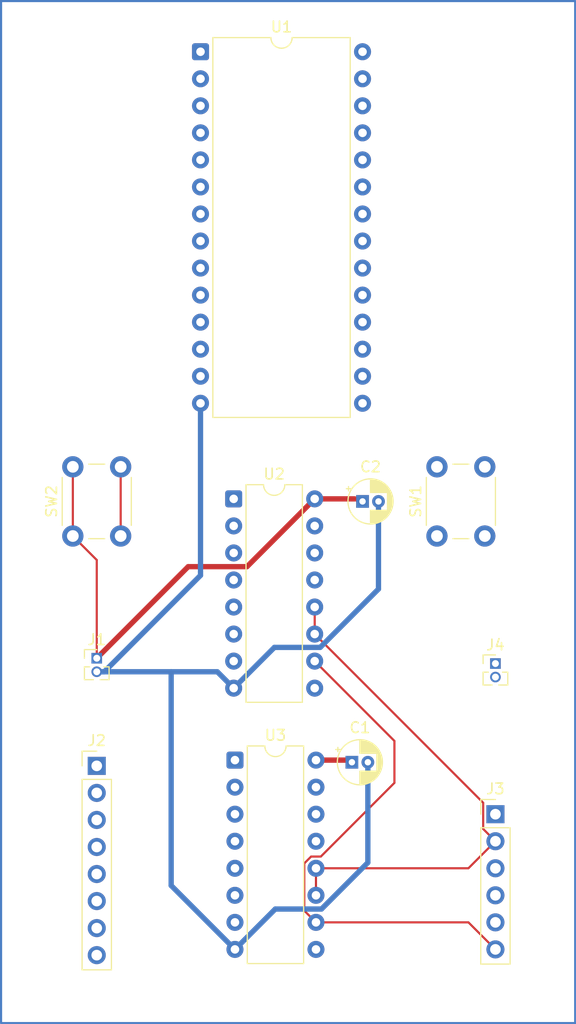
<source format=kicad_pcb>
(kicad_pcb (version 20241229) (generator "pcbnew") (generator_version "9.0")
  (layers (0 "F.Cu" signal) (2 "B.Cu" signal) (13 "F.Paste" user) (15 "B.Paste" user) (5 "F.SilkS" user "F.Silkscreen") (7 "B.SilkS" user "B.Silkscreen") (1 "F.Mask" user) (3 "B.Mask" user) (25 "Edge.Cuts" user))
  (net 0 "")
  (net 1 "GND")
  (net 2 "V_{CC}")
  (net 3 "I{slash}O2")
  (net 4 "I{slash}O4")
  (net 5 "I{slash}O6")
  (net 6 "I{slash}O1")
  (net 7 "I{slash}O7")
  (net 8 "I{slash}O0")
  (net 9 "I{slash}O5")
  (net 10 "I{slash}O3")
  (net 11 "~{OE}")
  (net 12 "~{LATCH}")
  (net 13 "~{RESET}")
  (net 14 "ADDR")
  (net 15 "CLK")
  (net 16 "~{WE}")
  (net 17 "READ")
  (net 18 "CLR")
  (net 20 "A_{5}")
  (net 21 "A_{12}")
  (net 23 "A_{3}")
  (net 24 "A_{7}")
  (net 25 "A_{2}")
  (net 26 "A_{8}")
  (net 27 "A_{4}")
  (net 28 "A_{0}")
  (net 29 "A_{9}")
  (net 30 "A_{10}")
  (net 31 "A_{1}")
  (net 32 "A_{6}")
  (net 33 "A_{11}")
  (net 34 "Net-(U2-QH')")
  (footprint "Button_Switch_THT:SW_PUSH_6mm" (layer "F.Cu") (at 104.25 79.75 90)
    (property "Reference" "SW2" (at 3.25 -2 90) (layer "F.SilkS"))
    (property "Value" "SW_Push_Dual")
    (fp_line (start 5.5 -1) (end 1 -1) (stroke (width 0.12)) (layer "F.SilkS"))
    (fp_line (start -0.25 1.5) (end -0.25 3) (stroke (width 0.12)) (layer "F.SilkS"))
    (fp_line (start 6.75 3) (end 6.75 1.5) (stroke (width 0.12)) (layer "F.SilkS"))
    (fp_line (start 1 5.5) (end 5.5 5.5) (stroke (width 0.12)) (layer "F.SilkS"))
    (pad "1" thru_hole circle (at 0 0 180) (size 2 2) (drill 1.1) (layers "*.Cu" "*.Mask") (net 2 "V_{CC}"))
    (pad "1" thru_hole circle (at 6.5 0 180) (size 2 2) (drill 1.1) (layers "*.Cu" "*.Mask") (net 2 "V_{CC}"))
    (pad "2" thru_hole circle (at 0 4.5 180) (size 2 2) (drill 1.1) (layers "*.Cu" "*.Mask") (net 18 "CLR"))
    (pad "2" thru_hole circle (at 6.5 4.5 180) (size 2 2) (drill 1.1) (layers "*.Cu" "*.Mask") (net 18 "CLR"))
  )
  (footprint "Capacitor_THT:CP_Radial_D4.0mm_P1.50mm" (layer "F.Cu") (at 131.5 76.5)
    (property "Reference" "C2" (at 0.75 -3.25 0) (layer "F.SilkS"))
    (property "Value" "0.1uF")
    (fp_line (start -1.519801 -1.195) (end -1.119801 -1.195) (stroke (width 0.12)) (layer "F.SilkS"))
    (fp_line (start -1.319801 -1.395) (end -1.319801 -0.995) (stroke (width 0.12)) (layer "F.SilkS"))
    (fp_line (start 0.75 -2.08) (end 0.75 -0.84) (stroke (width 0.12)) (layer "F.SilkS"))
    (fp_line (start 0.75 0.84) (end 0.75 2.08) (stroke (width 0.12)) (layer "F.SilkS"))
    (fp_line (start 0.79 -2.08) (end 0.79 -0.84) (stroke (width 0.12)) (layer "F.SilkS"))
    (fp_line (start 0.79 0.84) (end 0.79 2.08) (stroke (width 0.12)) (layer "F.SilkS"))
    (fp_line (start 0.83 -2.078) (end 0.83 -0.84) (stroke (width 0.12)) (layer "F.SilkS"))
    (fp_line (start 0.83 0.84) (end 0.83 2.078) (stroke (width 0.12)) (layer "F.SilkS"))
    (fp_line (start 0.87 -2.077) (end 0.87 -0.84) (stroke (width 0.12)) (layer "F.SilkS"))
    (fp_line (start 0.87 0.84) (end 0.87 2.077) (stroke (width 0.12)) (layer "F.SilkS"))
    (fp_line (start 0.91 -2.074) (end 0.91 -0.84) (stroke (width 0.12)) (layer "F.SilkS"))
    (fp_line (start 0.91 0.84) (end 0.91 2.074) (stroke (width 0.12)) (layer "F.SilkS"))
    (fp_line (start 0.95 -2.071) (end 0.95 -0.84) (stroke (width 0.12)) (layer "F.SilkS"))
    (fp_line (start 0.95 0.84) (end 0.95 2.071) (stroke (width 0.12)) (layer "F.SilkS"))
    (fp_line (start 0.99 -2.066) (end 0.99 -0.84) (stroke (width 0.12)) (layer "F.SilkS"))
    (fp_line (start 0.99 0.84) (end 0.99 2.066) (stroke (width 0.12)) (layer "F.SilkS"))
    (fp_line (start 1.03 -2.061) (end 1.03 -0.84) (stroke (width 0.12)) (layer "F.SilkS"))
    (fp_line (start 1.03 0.84) (end 1.03 2.061) (stroke (width 0.12)) (layer "F.SilkS"))
    (fp_line (start 1.07 -2.056) (end 1.07 -0.84) (stroke (width 0.12)) (layer "F.SilkS"))
    (fp_line (start 1.07 0.84) (end 1.07 2.056) (stroke (width 0.12)) (layer "F.SilkS"))
    (fp_line (start 1.11 -2.049) (end 1.11 -0.84) (stroke (width 0.12)) (layer "F.SilkS"))
    (fp_line (start 1.11 0.84) (end 1.11 2.049) (stroke (width 0.12)) (layer "F.SilkS"))
    (fp_line (start 1.15 -2.042) (end 1.15 -0.84) (stroke (width 0.12)) (layer "F.SilkS"))
    (fp_line (start 1.15 0.84) (end 1.15 2.042) (stroke (width 0.12)) (layer "F.SilkS"))
    (fp_line (start 1.19 -2.034) (end 1.19 -0.84) (stroke (width 0.12)) (layer "F.SilkS"))
    (fp_line (start 1.19 0.84) (end 1.19 2.034) (stroke (width 0.12)) (layer "F.SilkS"))
    (fp_line (start 1.23 -2.025) (end 1.23 -0.84) (stroke (width 0.12)) (layer "F.SilkS"))
    (fp_line (start 1.23 0.84) (end 1.23 2.025) (stroke (width 0.12)) (layer "F.SilkS"))
    (fp_line (start 1.27 -2.015) (end 1.27 -0.84) (stroke (width 0.12)) (layer "F.SilkS"))
    (fp_line (start 1.27 0.84) (end 1.27 2.015) (stroke (width 0.12)) (layer "F.SilkS"))
    (fp_line (start 1.31 -2.005) (end 1.31 -0.84) (stroke (width 0.12)) (layer "F.SilkS"))
    (fp_line (start 1.31 0.84) (end 1.31 2.005) (stroke (width 0.12)) (layer "F.SilkS"))
    (fp_line (start 1.35 -1.993) (end 1.35 -0.84) (stroke (width 0.12)) (layer "F.SilkS"))
    (fp_line (start 1.35 0.84) (end 1.35 1.993) (stroke (width 0.12)) (layer "F.SilkS"))
    (fp_line (start 1.39 -1.981) (end 1.39 -0.84) (stroke (width 0.12)) (layer "F.SilkS"))
    (fp_line (start 1.39 0.84) (end 1.39 1.981) (stroke (width 0.12)) (layer "F.SilkS"))
    (fp_line (start 1.43 -1.968) (end 1.43 -0.84) (stroke (width 0.12)) (layer "F.SilkS"))
    (fp_line (start 1.43 0.84) (end 1.43 1.968) (stroke (width 0.12)) (layer "F.SilkS"))
    (fp_line (start 1.47 -1.954) (end 1.47 -0.84) (stroke (width 0.12)) (layer "F.SilkS"))
    (fp_line (start 1.47 0.84) (end 1.47 1.954) (stroke (width 0.12)) (layer "F.SilkS"))
    (fp_line (start 1.51 -1.939) (end 1.51 -0.84) (stroke (width 0.12)) (layer "F.SilkS"))
    (fp_line (start 1.51 0.84) (end 1.51 1.939) (stroke (width 0.12)) (layer "F.SilkS"))
    (fp_line (start 1.55 -1.923) (end 1.55 -0.84) (stroke (width 0.12)) (layer "F.SilkS"))
    (fp_line (start 1.55 0.84) (end 1.55 1.923) (stroke (width 0.12)) (layer "F.SilkS"))
    (fp_line (start 1.59 -1.906) (end 1.59 -0.84) (stroke (width 0.12)) (layer "F.SilkS"))
    (fp_line (start 1.59 0.84) (end 1.59 1.906) (stroke (width 0.12)) (layer "F.SilkS"))
    (fp_line (start 1.63 -1.889) (end 1.63 -0.84) (stroke (width 0.12)) (layer "F.SilkS"))
    (fp_line (start 1.63 0.84) (end 1.63 1.889) (stroke (width 0.12)) (layer "F.SilkS"))
    (fp_line (start 1.67 -1.87) (end 1.67 -0.84) (stroke (width 0.12)) (layer "F.SilkS"))
    (fp_line (start 1.67 0.84) (end 1.67 1.87) (stroke (width 0.12)) (layer "F.SilkS"))
    (fp_line (start 1.71 -1.85) (end 1.71 -0.84) (stroke (width 0.12)) (layer "F.SilkS"))
    (fp_line (start 1.71 0.84) (end 1.71 1.85) (stroke (width 0.12)) (layer "F.SilkS"))
    (fp_line (start 1.75 -1.829) (end 1.75 -0.84) (stroke (width 0.12)) (layer "F.SilkS"))
    (fp_line (start 1.75 0.84) (end 1.75 1.829) (stroke (width 0.12)) (layer "F.SilkS"))
    (fp_line (start 1.79 -1.807) (end 1.79 -0.84) (stroke (width 0.12)) (layer "F.SilkS"))
    (fp_line (start 1.79 0.84) (end 1.79 1.807) (stroke (width 0.12)) (layer "F.SilkS"))
    (fp_line (start 1.83 -1.784) (end 1.83 -0.84) (stroke (width 0.12)) (layer "F.SilkS"))
    (fp_line (start 1.83 0.84) (end 1.83 1.784) (stroke (width 0.12)) (layer "F.SilkS"))
    (fp_line (start 1.87 -1.76) (end 1.87 -0.84) (stroke (width 0.12)) (layer "F.SilkS"))
    (fp_line (start 1.87 0.84) (end 1.87 1.76) (stroke (width 0.12)) (layer "F.SilkS"))
    (fp_line (start 1.91 -1.734) (end 1.91 -0.84) (stroke (width 0.12)) (layer "F.SilkS"))
    (fp_line (start 1.91 0.84) (end 1.91 1.734) (stroke (width 0.12)) (layer "F.SilkS"))
    (fp_line (start 1.95 -1.708) (end 1.95 -0.84) (stroke (width 0.12)) (layer "F.SilkS"))
    (fp_line (start 1.95 0.84) (end 1.95 1.708) (stroke (width 0.12)) (layer "F.SilkS"))
    (fp_line (start 1.99 -1.68) (end 1.99 -0.84) (stroke (width 0.12)) (layer "F.SilkS"))
    (fp_line (start 1.99 0.84) (end 1.99 1.68) (stroke (width 0.12)) (layer "F.SilkS"))
    (fp_line (start 2.03 -1.65) (end 2.03 -0.84) (stroke (width 0.12)) (layer "F.SilkS"))
    (fp_line (start 2.03 0.84) (end 2.03 1.65) (stroke (width 0.12)) (layer "F.SilkS"))
    (fp_line (start 2.07 -1.619) (end 2.07 -0.84) (stroke (width 0.12)) (layer "F.SilkS"))
    (fp_line (start 2.07 0.84) (end 2.07 1.619) (stroke (width 0.12)) (layer "F.SilkS"))
    (fp_line (start 2.11 -1.586) (end 2.11 -0.84) (stroke (width 0.12)) (layer "F.SilkS"))
    (fp_line (start 2.11 0.84) (end 2.11 1.586) (stroke (width 0.12)) (layer "F.SilkS"))
    (fp_line (start 2.15 -1.552) (end 2.15 -0.84) (stroke (width 0.12)) (layer "F.SilkS"))
    (fp_line (start 2.15 0.84) (end 2.15 1.552) (stroke (width 0.12)) (layer "F.SilkS"))
    (fp_line (start 2.19 -1.516) (end 2.19 -0.84) (stroke (width 0.12)) (layer "F.SilkS"))
    (fp_line (start 2.19 0.84) (end 2.19 1.516) (stroke (width 0.12)) (layer "F.SilkS"))
    (fp_line (start 2.23 -1.478) (end 2.23 -0.84) (stroke (width 0.12)) (layer "F.SilkS"))
    (fp_line (start 2.23 0.84) (end 2.23 1.478) (stroke (width 0.12)) (layer "F.SilkS"))
    (fp_line (start 2.27 -1.438) (end 2.27 -0.84) (stroke (width 0.12)) (layer "F.SilkS"))
    (fp_line (start 2.27 0.84) (end 2.27 1.438) (stroke (width 0.12)) (layer "F.SilkS"))
    (fp_line (start 2.31 -1.396) (end 2.31 -0.84) (stroke (width 0.12)) (layer "F.SilkS"))
    (fp_line (start 2.31 0.84) (end 2.31 1.396) (stroke (width 0.12)) (layer "F.SilkS"))
    (fp_line (start 2.35 -1.351) (end 2.35 1.351) (stroke (width 0.12)) (layer "F.SilkS"))
    (fp_line (start 2.39 -1.303) (end 2.39 1.303) (stroke (width 0.12)) (layer "F.SilkS"))
    (fp_line (start 2.43 -1.253) (end 2.43 1.253) (stroke (width 0.12)) (layer "F.SilkS"))
    (fp_line (start 2.47 -1.199) (end 2.47 1.199) (stroke (width 0.12)) (layer "F.SilkS"))
    (fp_line (start 2.51 -1.142) (end 2.51 1.142) (stroke (width 0.12)) (layer "F.SilkS"))
    (fp_line (start 2.55 -1.08) (end 2.55 1.08) (stroke (width 0.12)) (layer "F.SilkS"))
    (fp_line (start 2.59 -1.013) (end 2.59 1.013) (stroke (width 0.12)) (layer "F.SilkS"))
    (fp_line (start 2.63 -0.94) (end 2.63 0.94) (stroke (width 0.12)) (layer "F.SilkS"))
    (fp_line (start 2.67 -0.859) (end 2.67 0.859) (stroke (width 0.12)) (layer "F.SilkS"))
    (fp_line (start 2.71 -0.768) (end 2.71 0.768) (stroke (width 0.12)) (layer "F.SilkS"))
    (fp_line (start 2.75 -0.663) (end 2.75 0.663) (stroke (width 0.12)) (layer "F.SilkS"))
    (fp_line (start 2.79 -0.537) (end 2.79 0.537) (stroke (width 0.12)) (layer "F.SilkS"))
    (fp_line (start 2.83 -0.37) (end 2.83 0.37) (stroke (width 0.12)) (layer "F.SilkS"))
    (fp_circle (center 0.75 0) (end 2.87 0) (stroke (width 0.12)) (fill no) (layer "F.SilkS"))
    (pad "1" thru_hole rect (at 0 0) (size 1.2 1.2) (drill 0.6) (layers "*.Cu" "*.Mask") (net 2 "V_{CC}"))
    (pad "2" thru_hole circle (at 1.5 0) (size 1.2 1.2) (drill 0.6) (layers "*.Cu" "*.Mask") (net 1 "GND"))
  )
  (footprint "Connector_PinHeader_2.54mm:PinHeader_1x06_P2.54mm_Vertical" (layer "F.Cu") (at 144 105.88)
    (property "Reference" "J3" (at 0 -2.38 0) (layer "F.SilkS"))
    (property "Value" "Conn_01x06_Pin")
    (fp_line (start -1.38 -1.38) (end 0 -1.38) (stroke (width 0.12)) (layer "F.SilkS"))
    (fp_line (start -1.38 0) (end -1.38 -1.38) (stroke (width 0.12)) (layer "F.SilkS"))
    (fp_line (start -1.38 1.27) (end -1.38 14.08) (stroke (width 0.12)) (layer "F.SilkS"))
    (fp_line (start -1.38 1.27) (end 1.38 1.27) (stroke (width 0.12)) (layer "F.SilkS"))
    (fp_line (start -1.38 14.08) (end 1.38 14.08) (stroke (width 0.12)) (layer "F.SilkS"))
    (fp_line (start 1.38 1.27) (end 1.38 14.08) (stroke (width 0.12)) (layer "F.SilkS"))
    (pad "1" thru_hole rect (at 0 0) (size 1.7 1.7) (drill 1) (layers "*.Cu" "*.Mask") (net 14 "ADDR"))
    (pad "2" thru_hole circle (at 0 2.54) (size 1.7 1.7) (drill 1) (layers "*.Cu" "*.Mask") (net 15 "CLK"))
    (pad "3" thru_hole circle (at 0 5.08) (size 1.7 1.7) (drill 1) (layers "*.Cu" "*.Mask") (net 12 "~{LATCH}"))
    (pad "4" thru_hole circle (at 0 7.62) (size 1.7 1.7) (drill 1) (layers "*.Cu" "*.Mask") (net 16 "~{WE}"))
    (pad "5" thru_hole circle (at 0 10.16) (size 1.7 1.7) (drill 1) (layers "*.Cu" "*.Mask") (net 11 "~{OE}"))
    (pad "6" thru_hole circle (at 0 12.7) (size 1.7 1.7) (drill 1) (layers "*.Cu" "*.Mask") (net 13 "~{RESET}"))
  )
  (footprint "Button_Switch_THT:SW_PUSH_6mm" (layer "F.Cu") (at 138.5 79.75 90)
    (property "Reference" "SW1" (at 3.25 -2 90) (layer "F.SilkS"))
    (property "Value" "SW_Push_Dual")
    (fp_line (start 5.5 -1) (end 1 -1) (stroke (width 0.12)) (layer "F.SilkS"))
    (fp_line (start -0.25 1.5) (end -0.25 3) (stroke (width 0.12)) (layer "F.SilkS"))
    (fp_line (start 6.75 3) (end 6.75 1.5) (stroke (width 0.12)) (layer "F.SilkS"))
    (fp_line (start 1 5.5) (end 5.5 5.5) (stroke (width 0.12)) (layer "F.SilkS"))
    (pad "1" thru_hole circle (at 0 0 180) (size 2 2) (drill 1.1) (layers "*.Cu" "*.Mask") (net 2 "V_{CC}"))
    (pad "1" thru_hole circle (at 6.5 0 180) (size 2 2) (drill 1.1) (layers "*.Cu" "*.Mask") (net 2 "V_{CC}"))
    (pad "2" thru_hole circle (at 0 4.5 180) (size 2 2) (drill 1.1) (layers "*.Cu" "*.Mask") (net 17 "READ"))
    (pad "2" thru_hole circle (at 6.5 4.5 180) (size 2 2) (drill 1.1) (layers "*.Cu" "*.Mask") (net 17 "READ"))
  )
  (footprint "Package_DIP:CERDIP-16_W7.62mm_SideBrazed" (layer "F.Cu") (at 119.38 76.26)
    (property "Reference" "U2" (at 3.81 -2.33 0) (layer "F.SilkS"))
    (property "Value" "74HC595")
    (fp_line (start 1.16 -1.33) (end 1.16 19.11) (stroke (width 0.12)) (layer "F.SilkS"))
    (fp_line (start 1.16 19.11) (end 6.46 19.11) (stroke (width 0.12)) (layer "F.SilkS"))
    (fp_line (start 2.81 -1.33) (end 1.16 -1.33) (stroke (width 0.12)) (layer "F.SilkS"))
    (fp_line (start 6.46 -1.33) (end 4.81 -1.33) (stroke (width 0.12)) (layer "F.SilkS"))
    (fp_line (start 6.46 19.11) (end 6.46 -1.33) (stroke (width 0.12)) (layer "F.SilkS"))
    (fp_arc (start 4.81 -1.33) (mid 3.81 -0.33) (end 2.81 -1.33) (stroke (width 0.12)) (layer "F.SilkS"))
    (pad "1" thru_hole roundrect (at 0 0) (size 1.6 1.6) (drill 0.8) (layers "*.Cu" "*.Mask") (roundrect_rratio 0.15625) (net 31 "A_{1}"))
    (pad "2" thru_hole circle (at 0 2.54) (size 1.6 1.6) (drill 0.8) (layers "*.Cu" "*.Mask") (net 25 "A_{2}"))
    (pad "3" thru_hole circle (at 0 5.08) (size 1.6 1.6) (drill 0.8) (layers "*.Cu" "*.Mask") (net 23 "A_{3}"))
    (pad "4" thru_hole circle (at 0 7.62) (size 1.6 1.6) (drill 0.8) (layers "*.Cu" "*.Mask") (net 27 "A_{4}"))
    (pad "5" thru_hole circle (at 0 10.16) (size 1.6 1.6) (drill 0.8) (layers "*.Cu" "*.Mask") (net 20 "A_{5}"))
    (pad "6" thru_hole circle (at 0 12.7) (size 1.6 1.6) (drill 0.8) (layers "*.Cu" "*.Mask") (net 32 "A_{6}"))
    (pad "7" thru_hole circle (at 0 15.24) (size 1.6 1.6) (drill 0.8) (layers "*.Cu" "*.Mask") (net 24 "A_{7}"))
    (pad "8" thru_hole circle (at 0 17.78) (size 1.6 1.6) (drill 0.8) (layers "*.Cu" "*.Mask") (net 1 "GND"))
    (pad "9" thru_hole circle (at 7.62 17.78) (size 1.6 1.6) (drill 0.8) (layers "*.Cu" "*.Mask") (net 34 "Net-(U2-QH')"))
    (pad "10" thru_hole circle (at 7.62 15.24) (size 1.6 1.6) (drill 0.8) (layers "*.Cu" "*.Mask") (net 13 "~{RESET}"))
    (pad "11" thru_hole circle (at 7.62 12.7) (size 1.6 1.6) (drill 0.8) (layers "*.Cu" "*.Mask") (net 15 "CLK"))
    (pad "12" thru_hole circle (at 7.62 10.16) (size 1.6 1.6) (drill 0.8) (layers "*.Cu" "*.Mask") (net 15 "CLK"))
    (pad "13" thru_hole circle (at 7.62 7.62) (size 1.6 1.6) (drill 0.8) (layers "*.Cu" "*.Mask") (net 12 "~{LATCH}"))
    (pad "14" thru_hole circle (at 7.62 5.08) (size 1.6 1.6) (drill 0.8) (layers "*.Cu" "*.Mask") (net 14 "ADDR"))
    (pad "15" thru_hole circle (at 7.62 2.54) (size 1.6 1.6) (drill 0.8) (layers "*.Cu" "*.Mask") (net 28 "A_{0}"))
    (pad "16" thru_hole circle (at 7.62 0) (size 1.6 1.6) (drill 0.8) (layers "*.Cu" "*.Mask") (net 2 "V_{CC}"))
  )
  (footprint "Connector_PinHeader_1.27mm:PinHeader_1x02_P1.27mm_Vertical" (layer "F.Cu") (at 106.5 91.23)
    (property "Reference" "J1" (at 0 -1.745 0) (layer "F.SilkS"))
    (property "Value" "Conn_01x02_Pin")
    (fp_line (start -1.16 -0.81) (end 0 -0.81) (stroke (width 0.12)) (layer "F.SilkS"))
    (fp_line (start -1.16 0) (end -1.16 -0.81) (stroke (width 0.12)) (layer "F.SilkS"))
    (fp_line (start -1.16 0.81) (end -1.16 2.015) (stroke (width 0.12)) (layer "F.SilkS"))
    (fp_line (start -1.16 0.81) (end -0.666708 0.81) (stroke (width 0.12)) (layer "F.SilkS"))
    (fp_line (start -1.16 2.015) (end -0.317923 2.015) (stroke (width 0.12)) (layer "F.SilkS"))
    (fp_line (start 0.317923 2.015) (end 1.16 2.015) (stroke (width 0.12)) (layer "F.SilkS"))
    (fp_line (start 0.666708 0.81) (end 1.16 0.81) (stroke (width 0.12)) (layer "F.SilkS"))
    (fp_line (start 1.16 0.81) (end 1.16 2.015) (stroke (width 0.12)) (layer "F.SilkS"))
    (pad "1" thru_hole rect (at 0 0) (size 1 1) (drill 0.65) (layers "*.Cu" "*.Mask") (net 2 "V_{CC}"))
    (pad "2" thru_hole circle (at 0 1.27) (size 1 1) (drill 0.65) (layers "*.Cu" "*.Mask") (net 1 "GND"))
  )
  (footprint "Connector_PinHeader_1.27mm:PinHeader_1x02_P1.27mm_Vertical" (layer "F.Cu") (at 144 91.73)
    (property "Reference" "J4" (at 0 -1.745 0) (layer "F.SilkS"))
    (property "Value" "Conn_01x02_Pin")
    (fp_line (start -1.16 -0.81) (end 0 -0.81) (stroke (width 0.12)) (layer "F.SilkS"))
    (fp_line (start -1.16 0) (end -1.16 -0.81) (stroke (width 0.12)) (layer "F.SilkS"))
    (fp_line (start -1.16 0.81) (end -1.16 2.015) (stroke (width 0.12)) (layer "F.SilkS"))
    (fp_line (start -1.16 0.81) (end -0.666708 0.81) (stroke (width 0.12)) (layer "F.SilkS"))
    (fp_line (start -1.16 2.015) (end -0.317923 2.015) (stroke (width 0.12)) (layer "F.SilkS"))
    (fp_line (start 0.317923 2.015) (end 1.16 2.015) (stroke (width 0.12)) (layer "F.SilkS"))
    (fp_line (start 0.666708 0.81) (end 1.16 0.81) (stroke (width 0.12)) (layer "F.SilkS"))
    (fp_line (start 1.16 0.81) (end 1.16 2.015) (stroke (width 0.12)) (layer "F.SilkS"))
    (pad "1" thru_hole rect (at 0 0) (size 1 1) (drill 0.65) (layers "*.Cu" "*.Mask") (net 17 "READ"))
    (pad "2" thru_hole circle (at 0 1.27) (size 1 1) (drill 0.65) (layers "*.Cu" "*.Mask") (net 18 "CLR"))
  )
  (footprint "Package_DIP:CERDIP-16_W7.62mm_SideBrazed" (layer "F.Cu") (at 119.5 100.8)
    (property "Reference" "U3" (at 3.81 -2.33 0) (layer "F.SilkS"))
    (property "Value" "74HC595")
    (fp_line (start 1.16 -1.33) (end 1.16 19.11) (stroke (width 0.12)) (layer "F.SilkS"))
    (fp_line (start 1.16 19.11) (end 6.46 19.11) (stroke (width 0.12)) (layer "F.SilkS"))
    (fp_line (start 2.81 -1.33) (end 1.16 -1.33) (stroke (width 0.12)) (layer "F.SilkS"))
    (fp_line (start 6.46 -1.33) (end 4.81 -1.33) (stroke (width 0.12)) (layer "F.SilkS"))
    (fp_line (start 6.46 19.11) (end 6.46 -1.33) (stroke (width 0.12)) (layer "F.SilkS"))
    (fp_arc (start 4.81 -1.33) (mid 3.81 -0.33) (end 2.81 -1.33) (stroke (width 0.12)) (layer "F.SilkS"))
    (pad "1" thru_hole roundrect (at 0 0) (size 1.6 1.6) (drill 0.8) (layers "*.Cu" "*.Mask") (roundrect_rratio 0.15625) (net 29 "A_{9}"))
    (pad "2" thru_hole circle (at 0 2.54) (size 1.6 1.6) (drill 0.8) (layers "*.Cu" "*.Mask") (net 30 "A_{10}"))
    (pad "3" thru_hole circle (at 0 5.08) (size 1.6 1.6) (drill 0.8) (layers "*.Cu" "*.Mask") (net 33 "A_{11}"))
    (pad "4" thru_hole circle (at 0 7.62) (size 1.6 1.6) (drill 0.8) (layers "*.Cu" "*.Mask") (net 21 "A_{12}"))
    (pad "5" thru_hole circle (at 0 10.16) (size 1.6 1.6) (drill 0.8) (layers "*.Cu" "*.Mask"))
    (pad "6" thru_hole circle (at 0 12.7) (size 1.6 1.6) (drill 0.8) (layers "*.Cu" "*.Mask"))
    (pad "7" thru_hole circle (at 0 15.24) (size 1.6 1.6) (drill 0.8) (layers "*.Cu" "*.Mask"))
    (pad "8" thru_hole circle (at 0 17.78) (size 1.6 1.6) (drill 0.8) (layers "*.Cu" "*.Mask") (net 1 "GND"))
    (pad "9" thru_hole circle (at 7.62 17.78) (size 1.6 1.6) (drill 0.8) (layers "*.Cu" "*.Mask"))
    (pad "10" thru_hole circle (at 7.62 15.24) (size 1.6 1.6) (drill 0.8) (layers "*.Cu" "*.Mask") (net 13 "~{RESET}"))
    (pad "11" thru_hole circle (at 7.62 12.7) (size 1.6 1.6) (drill 0.8) (layers "*.Cu" "*.Mask") (net 15 "CLK"))
    (pad "12" thru_hole circle (at 7.62 10.16) (size 1.6 1.6) (drill 0.8) (layers "*.Cu" "*.Mask") (net 15 "CLK"))
    (pad "13" thru_hole circle (at 7.62 7.62) (size 1.6 1.6) (drill 0.8) (layers "*.Cu" "*.Mask") (net 12 "~{LATCH}"))
    (pad "14" thru_hole circle (at 7.62 5.08) (size 1.6 1.6) (drill 0.8) (layers "*.Cu" "*.Mask") (net 34 "Net-(U2-QH')"))
    (pad "15" thru_hole circle (at 7.62 2.54) (size 1.6 1.6) (drill 0.8) (layers "*.Cu" "*.Mask") (net 26 "A_{8}"))
    (pad "16" thru_hole circle (at 7.62 0) (size 1.6 1.6) (drill 0.8) (layers "*.Cu" "*.Mask") (net 2 "V_{CC}"))
  )
  (footprint "Capacitor_THT:CP_Radial_D4.0mm_P1.50mm" (layer "F.Cu") (at 130.5 101)
    (property "Reference" "C1" (at 0.75 -3.25 0) (layer "F.SilkS"))
    (property "Value" "0.1uF")
    (fp_line (start -1.519801 -1.195) (end -1.119801 -1.195) (stroke (width 0.12)) (layer "F.SilkS"))
    (fp_line (start -1.319801 -1.395) (end -1.319801 -0.995) (stroke (width 0.12)) (layer "F.SilkS"))
    (fp_line (start 0.75 -2.08) (end 0.75 -0.84) (stroke (width 0.12)) (layer "F.SilkS"))
    (fp_line (start 0.75 0.84) (end 0.75 2.08) (stroke (width 0.12)) (layer "F.SilkS"))
    (fp_line (start 0.79 -2.08) (end 0.79 -0.84) (stroke (width 0.12)) (layer "F.SilkS"))
    (fp_line (start 0.79 0.84) (end 0.79 2.08) (stroke (width 0.12)) (layer "F.SilkS"))
    (fp_line (start 0.83 -2.078) (end 0.83 -0.84) (stroke (width 0.12)) (layer "F.SilkS"))
    (fp_line (start 0.83 0.84) (end 0.83 2.078) (stroke (width 0.12)) (layer "F.SilkS"))
    (fp_line (start 0.87 -2.077) (end 0.87 -0.84) (stroke (width 0.12)) (layer "F.SilkS"))
    (fp_line (start 0.87 0.84) (end 0.87 2.077) (stroke (width 0.12)) (layer "F.SilkS"))
    (fp_line (start 0.91 -2.074) (end 0.91 -0.84) (stroke (width 0.12)) (layer "F.SilkS"))
    (fp_line (start 0.91 0.84) (end 0.91 2.074) (stroke (width 0.12)) (layer "F.SilkS"))
    (fp_line (start 0.95 -2.071) (end 0.95 -0.84) (stroke (width 0.12)) (layer "F.SilkS"))
    (fp_line (start 0.95 0.84) (end 0.95 2.071) (stroke (width 0.12)) (layer "F.SilkS"))
    (fp_line (start 0.99 -2.066) (end 0.99 -0.84) (stroke (width 0.12)) (layer "F.SilkS"))
    (fp_line (start 0.99 0.84) (end 0.99 2.066) (stroke (width 0.12)) (layer "F.SilkS"))
    (fp_line (start 1.03 -2.061) (end 1.03 -0.84) (stroke (width 0.12)) (layer "F.SilkS"))
    (fp_line (start 1.03 0.84) (end 1.03 2.061) (stroke (width 0.12)) (layer "F.SilkS"))
    (fp_line (start 1.07 -2.056) (end 1.07 -0.84) (stroke (width 0.12)) (layer "F.SilkS"))
    (fp_line (start 1.07 0.84) (end 1.07 2.056) (stroke (width 0.12)) (layer "F.SilkS"))
    (fp_line (start 1.11 -2.049) (end 1.11 -0.84) (stroke (width 0.12)) (layer "F.SilkS"))
    (fp_line (start 1.11 0.84) (end 1.11 2.049) (stroke (width 0.12)) (layer "F.SilkS"))
    (fp_line (start 1.15 -2.042) (end 1.15 -0.84) (stroke (width 0.12)) (layer "F.SilkS"))
    (fp_line (start 1.15 0.84) (end 1.15 2.042) (stroke (width 0.12)) (layer "F.SilkS"))
    (fp_line (start 1.19 -2.034) (end 1.19 -0.84) (stroke (width 0.12)) (layer "F.SilkS"))
    (fp_line (start 1.19 0.84) (end 1.19 2.034) (stroke (width 0.12)) (layer "F.SilkS"))
    (fp_line (start 1.23 -2.025) (end 1.23 -0.84) (stroke (width 0.12)) (layer "F.SilkS"))
    (fp_line (start 1.23 0.84) (end 1.23 2.025) (stroke (width 0.12)) (layer "F.SilkS"))
    (fp_line (start 1.27 -2.015) (end 1.27 -0.84) (stroke (width 0.12)) (layer "F.SilkS"))
    (fp_line (start 1.27 0.84) (end 1.27 2.015) (stroke (width 0.12)) (layer "F.SilkS"))
    (fp_line (start 1.31 -2.005) (end 1.31 -0.84) (stroke (width 0.12)) (layer "F.SilkS"))
    (fp_line (start 1.31 0.84) (end 1.31 2.005) (stroke (width 0.12)) (layer "F.SilkS"))
    (fp_line (start 1.35 -1.993) (end 1.35 -0.84) (stroke (width 0.12)) (layer "F.SilkS"))
    (fp_line (start 1.35 0.84) (end 1.35 1.993) (stroke (width 0.12)) (layer "F.SilkS"))
    (fp_line (start 1.39 -1.981) (end 1.39 -0.84) (stroke (width 0.12)) (layer "F.SilkS"))
    (fp_line (start 1.39 0.84) (end 1.39 1.981) (stroke (width 0.12)) (layer "F.SilkS"))
    (fp_line (start 1.43 -1.968) (end 1.43 -0.84) (stroke (width 0.12)) (layer "F.SilkS"))
    (fp_line (start 1.43 0.84) (end 1.43 1.968) (stroke (width 0.12)) (layer "F.SilkS"))
    (fp_line (start 1.47 -1.954) (end 1.47 -0.84) (stroke (width 0.12)) (layer "F.SilkS"))
    (fp_line (start 1.47 0.84) (end 1.47 1.954) (stroke (width 0.12)) (layer "F.SilkS"))
    (fp_line (start 1.51 -1.939) (end 1.51 -0.84) (stroke (width 0.12)) (layer "F.SilkS"))
    (fp_line (start 1.51 0.84) (end 1.51 1.939) (stroke (width 0.12)) (layer "F.SilkS"))
    (fp_line (start 1.55 -1.923) (end 1.55 -0.84) (stroke (width 0.12)) (layer "F.SilkS"))
    (fp_line (start 1.55 0.84) (end 1.55 1.923) (stroke (width 0.12)) (layer "F.SilkS"))
    (fp_line (start 1.59 -1.906) (end 1.59 -0.84) (stroke (width 0.12)) (layer "F.SilkS"))
    (fp_line (start 1.59 0.84) (end 1.59 1.906) (stroke (width 0.12)) (layer "F.SilkS"))
    (fp_line (start 1.63 -1.889) (end 1.63 -0.84) (stroke (width 0.12)) (layer "F.SilkS"))
    (fp_line (start 1.63 0.84) (end 1.63 1.889) (stroke (width 0.12)) (layer "F.SilkS"))
    (fp_line (start 1.67 -1.87) (end 1.67 -0.84) (stroke (width 0.12)) (layer "F.SilkS"))
    (fp_line (start 1.67 0.84) (end 1.67 1.87) (stroke (width 0.12)) (layer "F.SilkS"))
    (fp_line (start 1.71 -1.85) (end 1.71 -0.84) (stroke (width 0.12)) (layer "F.SilkS"))
    (fp_line (start 1.71 0.84) (end 1.71 1.85) (stroke (width 0.12)) (layer "F.SilkS"))
    (fp_line (start 1.75 -1.829) (end 1.75 -0.84) (stroke (width 0.12)) (layer "F.SilkS"))
    (fp_line (start 1.75 0.84) (end 1.75 1.829) (stroke (width 0.12)) (layer "F.SilkS"))
    (fp_line (start 1.79 -1.807) (end 1.79 -0.84) (stroke (width 0.12)) (layer "F.SilkS"))
    (fp_line (start 1.79 0.84) (end 1.79 1.807) (stroke (width 0.12)) (layer "F.SilkS"))
    (fp_line (start 1.83 -1.784) (end 1.83 -0.84) (stroke (width 0.12)) (layer "F.SilkS"))
    (fp_line (start 1.83 0.84) (end 1.83 1.784) (stroke (width 0.12)) (layer "F.SilkS"))
    (fp_line (start 1.87 -1.76) (end 1.87 -0.84) (stroke (width 0.12)) (layer "F.SilkS"))
    (fp_line (start 1.87 0.84) (end 1.87 1.76) (stroke (width 0.12)) (layer "F.SilkS"))
    (fp_line (start 1.91 -1.734) (end 1.91 -0.84) (stroke (width 0.12)) (layer "F.SilkS"))
    (fp_line (start 1.91 0.84) (end 1.91 1.734) (stroke (width 0.12)) (layer "F.SilkS"))
    (fp_line (start 1.95 -1.708) (end 1.95 -0.84) (stroke (width 0.12)) (layer "F.SilkS"))
    (fp_line (start 1.95 0.84) (end 1.95 1.708) (stroke (width 0.12)) (layer "F.SilkS"))
    (fp_line (start 1.99 -1.68) (end 1.99 -0.84) (stroke (width 0.12)) (layer "F.SilkS"))
    (fp_line (start 1.99 0.84) (end 1.99 1.68) (stroke (width 0.12)) (layer "F.SilkS"))
    (fp_line (start 2.03 -1.65) (end 2.03 -0.84) (stroke (width 0.12)) (layer "F.SilkS"))
    (fp_line (start 2.03 0.84) (end 2.03 1.65) (stroke (width 0.12)) (layer "F.SilkS"))
    (fp_line (start 2.07 -1.619) (end 2.07 -0.84) (stroke (width 0.12)) (layer "F.SilkS"))
    (fp_line (start 2.07 0.84) (end 2.07 1.619) (stroke (width 0.12)) (layer "F.SilkS"))
    (fp_line (start 2.11 -1.586) (end 2.11 -0.84) (stroke (width 0.12)) (layer "F.SilkS"))
    (fp_line (start 2.11 0.84) (end 2.11 1.586) (stroke (width 0.12)) (layer "F.SilkS"))
    (fp_line (start 2.15 -1.552) (end 2.15 -0.84) (stroke (width 0.12)) (layer "F.SilkS"))
    (fp_line (start 2.15 0.84) (end 2.15 1.552) (stroke (width 0.12)) (layer "F.SilkS"))
    (fp_line (start 2.19 -1.516) (end 2.19 -0.84) (stroke (width 0.12)) (layer "F.SilkS"))
    (fp_line (start 2.19 0.84) (end 2.19 1.516) (stroke (width 0.12)) (layer "F.SilkS"))
    (fp_line (start 2.23 -1.478) (end 2.23 -0.84) (stroke (width 0.12)) (layer "F.SilkS"))
    (fp_line (start 2.23 0.84) (end 2.23 1.478) (stroke (width 0.12)) (layer "F.SilkS"))
    (fp_line (start 2.27 -1.438) (end 2.27 -0.84) (stroke (width 0.12)) (layer "F.SilkS"))
    (fp_line (start 2.27 0.84) (end 2.27 1.438) (stroke (width 0.12)) (layer "F.SilkS"))
    (fp_line (start 2.31 -1.396) (end 2.31 -0.84) (stroke (width 0.12)) (layer "F.SilkS"))
    (fp_line (start 2.31 0.84) (end 2.31 1.396) (stroke (width 0.12)) (layer "F.SilkS"))
    (fp_line (start 2.35 -1.351) (end 2.35 1.351) (stroke (width 0.12)) (layer "F.SilkS"))
    (fp_line (start 2.39 -1.303) (end 2.39 1.303) (stroke (width 0.12)) (layer "F.SilkS"))
    (fp_line (start 2.43 -1.253) (end 2.43 1.253) (stroke (width 0.12)) (layer "F.SilkS"))
    (fp_line (start 2.47 -1.199) (end 2.47 1.199) (stroke (width 0.12)) (layer "F.SilkS"))
    (fp_line (start 2.51 -1.142) (end 2.51 1.142) (stroke (width 0.12)) (layer "F.SilkS"))
    (fp_line (start 2.55 -1.08) (end 2.55 1.08) (stroke (width 0.12)) (layer "F.SilkS"))
    (fp_line (start 2.59 -1.013) (end 2.59 1.013) (stroke (width 0.12)) (layer "F.SilkS"))
    (fp_line (start 2.63 -0.94) (end 2.63 0.94) (stroke (width 0.12)) (layer "F.SilkS"))
    (fp_line (start 2.67 -0.859) (end 2.67 0.859) (stroke (width 0.12)) (layer "F.SilkS"))
    (fp_line (start 2.71 -0.768) (end 2.71 0.768) (stroke (width 0.12)) (layer "F.SilkS"))
    (fp_line (start 2.75 -0.663) (end 2.75 0.663) (stroke (width 0.12)) (layer "F.SilkS"))
    (fp_line (start 2.79 -0.537) (end 2.79 0.537) (stroke (width 0.12)) (layer "F.SilkS"))
    (fp_line (start 2.83 -0.37) (end 2.83 0.37) (stroke (width 0.12)) (layer "F.SilkS"))
    (fp_circle (center 0.75 0) (end 2.87 0) (stroke (width 0.12)) (fill no) (layer "F.SilkS"))
    (pad "1" thru_hole rect (at 0 0) (size 1.2 1.2) (drill 0.6) (layers "*.Cu" "*.Mask") (net 2 "V_{CC}"))
    (pad "2" thru_hole circle (at 1.5 0) (size 1.2 1.2) (drill 0.6) (layers "*.Cu" "*.Mask") (net 1 "GND"))
  )
  (footprint "Package_DIP:DIP-28_W15.24mm" (layer "F.Cu") (at 116.26 34.26)
    (property "Reference" "U1" (at 7.62 -2.33 0) (layer "F.SilkS"))
    (property "Value" "~")
    (fp_line (start 1.16 -1.33) (end 1.16 34.35) (stroke (width 0.12)) (layer "F.SilkS"))
    (fp_line (start 1.16 34.35) (end 14.08 34.35) (stroke (width 0.12)) (layer "F.SilkS"))
    (fp_line (start 6.62 -1.33) (end 1.16 -1.33) (stroke (width 0.12)) (layer "F.SilkS"))
    (fp_line (start 14.08 -1.33) (end 8.62 -1.33) (stroke (width 0.12)) (layer "F.SilkS"))
    (fp_line (start 14.08 34.35) (end 14.08 -1.33) (stroke (width 0.12)) (layer "F.SilkS"))
    (fp_arc (start 8.62 -1.33) (mid 7.62 -0.33) (end 6.62 -1.33) (stroke (width 0.12)) (layer "F.SilkS"))
    (pad "1" thru_hole roundrect (at 0 0) (size 1.6 1.6) (drill 0.8) (layers "*.Cu" "*.Mask") (roundrect_rratio 0.15625))
    (pad "2" thru_hole circle (at 0 2.54) (size 1.6 1.6) (drill 0.8) (layers "*.Cu" "*.Mask") (net 21 "A_{12}"))
    (pad "3" thru_hole circle (at 0 5.08) (size 1.6 1.6) (drill 0.8) (layers "*.Cu" "*.Mask") (net 24 "A_{7}"))
    (pad "4" thru_hole circle (at 0 7.62) (size 1.6 1.6) (drill 0.8) (layers "*.Cu" "*.Mask") (net 32 "A_{6}"))
    (pad "5" thru_hole circle (at 0 10.16) (size 1.6 1.6) (drill 0.8) (layers "*.Cu" "*.Mask") (net 20 "A_{5}"))
    (pad "6" thru_hole circle (at 0 12.7) (size 1.6 1.6) (drill 0.8) (layers "*.Cu" "*.Mask") (net 27 "A_{4}"))
    (pad "7" thru_hole circle (at 0 15.24) (size 1.6 1.6) (drill 0.8) (layers "*.Cu" "*.Mask") (net 23 "A_{3}"))
    (pad "8" thru_hole circle (at 0 17.78) (size 1.6 1.6) (drill 0.8) (layers "*.Cu" "*.Mask") (net 25 "A_{2}"))
    (pad "9" thru_hole circle (at 0 20.32) (size 1.6 1.6) (drill 0.8) (layers "*.Cu" "*.Mask") (net 31 "A_{1}"))
    (pad "10" thru_hole circle (at 0 22.86) (size 1.6 1.6) (drill 0.8) (layers "*.Cu" "*.Mask") (net 28 "A_{0}"))
    (pad "11" thru_hole circle (at 0 25.4) (size 1.6 1.6) (drill 0.8) (layers "*.Cu" "*.Mask") (net 8 "I{slash}O0"))
    (pad "12" thru_hole circle (at 0 27.94) (size 1.6 1.6) (drill 0.8) (layers "*.Cu" "*.Mask") (net 6 "I{slash}O1"))
    (pad "13" thru_hole circle (at 0 30.48) (size 1.6 1.6) (drill 0.8) (layers "*.Cu" "*.Mask") (net 3 "I{slash}O2"))
    (pad "14" thru_hole circle (at 0 33.02) (size 1.6 1.6) (drill 0.8) (layers "*.Cu" "*.Mask") (net 1 "GND"))
    (pad "15" thru_hole circle (at 15.24 33.02) (size 1.6 1.6) (drill 0.8) (layers "*.Cu" "*.Mask") (net 10 "I{slash}O3"))
    (pad "16" thru_hole circle (at 15.24 30.48) (size 1.6 1.6) (drill 0.8) (layers "*.Cu" "*.Mask") (net 4 "I{slash}O4"))
    (pad "17" thru_hole circle (at 15.24 27.94) (size 1.6 1.6) (drill 0.8) (layers "*.Cu" "*.Mask") (net 9 "I{slash}O5"))
    (pad "18" thru_hole circle (at 15.24 25.4) (size 1.6 1.6) (drill 0.8) (layers "*.Cu" "*.Mask") (net 5 "I{slash}O6"))
    (pad "19" thru_hole circle (at 15.24 22.86) (size 1.6 1.6) (drill 0.8) (layers "*.Cu" "*.Mask") (net 7 "I{slash}O7"))
    (pad "20" thru_hole circle (at 15.24 20.32) (size 1.6 1.6) (drill 0.8) (layers "*.Cu" "*.Mask") (net 1 "GND"))
    (pad "21" thru_hole circle (at 15.24 17.78) (size 1.6 1.6) (drill 0.8) (layers "*.Cu" "*.Mask") (net 30 "A_{10}"))
    (pad "22" thru_hole circle (at 15.24 15.24) (size 1.6 1.6) (drill 0.8) (layers "*.Cu" "*.Mask") (net 11 "~{OE}"))
    (pad "23" thru_hole circle (at 15.24 12.7) (size 1.6 1.6) (drill 0.8) (layers "*.Cu" "*.Mask") (net 33 "A_{11}"))
    (pad "24" thru_hole circle (at 15.24 10.16) (size 1.6 1.6) (drill 0.8) (layers "*.Cu" "*.Mask") (net 29 "A_{9}"))
    (pad "25" thru_hole circle (at 15.24 7.62) (size 1.6 1.6) (drill 0.8) (layers "*.Cu" "*.Mask") (net 26 "A_{8}"))
    (pad "26" thru_hole circle (at 15.24 5.08) (size 1.6 1.6) (drill 0.8) (layers "*.Cu" "*.Mask"))
    (pad "27" thru_hole circle (at 15.24 2.54) (size 1.6 1.6) (drill 0.8) (layers "*.Cu" "*.Mask") (net 16 "~{WE}"))
    (pad "28" thru_hole circle (at 15.24 0) (size 1.6 1.6) (drill 0.8) (layers "*.Cu" "*.Mask") (net 2 "V_{CC}"))
  )
  (footprint "Connector_PinHeader_2.54mm:PinHeader_1x08_P2.54mm_Vertical" (layer "F.Cu") (at 106.5 101.34)
    (property "Reference" "J2" (at 0 -2.38 0) (layer "F.SilkS"))
    (property "Value" "Conn_01x08_Pin")
    (fp_line (start -1.38 -1.38) (end 0 -1.38) (stroke (width 0.12)) (layer "F.SilkS"))
    (fp_line (start -1.38 0) (end -1.38 -1.38) (stroke (width 0.12)) (layer "F.SilkS"))
    (fp_line (start -1.38 1.27) (end -1.38 19.16) (stroke (width 0.12)) (layer "F.SilkS"))
    (fp_line (start -1.38 1.27) (end 1.38 1.27) (stroke (width 0.12)) (layer "F.SilkS"))
    (fp_line (start -1.38 19.16) (end 1.38 19.16) (stroke (width 0.12)) (layer "F.SilkS"))
    (fp_line (start 1.38 1.27) (end 1.38 19.16) (stroke (width 0.12)) (layer "F.SilkS"))
    (pad "1" thru_hole rect (at 0 0) (size 1.7 1.7) (drill 1) (layers "*.Cu" "*.Mask") (net 8 "I{slash}O0"))
    (pad "2" thru_hole circle (at 0 2.54) (size 1.7 1.7) (drill 1) (layers "*.Cu" "*.Mask") (net 6 "I{slash}O1"))
    (pad "3" thru_hole circle (at 0 5.08) (size 1.7 1.7) (drill 1) (layers "*.Cu" "*.Mask") (net 3 "I{slash}O2"))
    (pad "4" thru_hole circle (at 0 7.62) (size 1.7 1.7) (drill 1) (layers "*.Cu" "*.Mask") (net 10 "I{slash}O3"))
    (pad "5" thru_hole circle (at 0 10.16) (size 1.7 1.7) (drill 1) (layers "*.Cu" "*.Mask") (net 4 "I{slash}O4"))
    (pad "6" thru_hole circle (at 0 12.7) (size 1.7 1.7) (drill 1) (layers "*.Cu" "*.Mask") (net 9 "I{slash}O5"))
    (pad "7" thru_hole circle (at 0 15.24) (size 1.7 1.7) (drill 1) (layers "*.Cu" "*.Mask") (net 5 "I{slash}O6"))
    (pad "8" thru_hole circle (at 0 17.78) (size 1.7 1.7) (drill 1) (layers "*.Cu" "*.Mask") (net 7 "I{slash}O7"))
  )
  (gr_rect (start 97.5 29.5) (end 151.5 125.5) (stroke (width 0.2)) (fill no) (layer "B.Cu"))
  (segment (start 123.291 114.789) (end 119.5 118.58) (width 0.5) (layer "B.Cu") (net 1))
  (segment (start 127.638182 114.789) (end 123.291 114.789) (width 0.5) (layer "B.Cu") (net 1))
  (segment (start 127.518182 90.211) (end 123.209 90.211) (width 0.5) (layer "B.Cu") (net 1))
  (segment (start 132 101) (end 132 110.427182) (width 0.5) (layer "B.Cu") (net 1))
  (segment (start 132 110.427182) (end 127.638182 114.789) (width 0.5) (layer "B.Cu") (net 1))
  (segment (start 117.84 92.5) (end 119.38 94.04) (width 0.5) (layer "B.Cu") (net 1))
  (segment (start 123.209 90.211) (end 119.38 94.04) (width 0.5) (layer "B.Cu") (net 1))
  (segment (start 107.207106 92.5) (end 106.5 92.5) (width 0.5) (layer "B.Cu") (net 1))
  (segment (start 133 76.5) (end 133 84.729182) (width 0.5) (layer "B.Cu") (net 1))
  (segment (start 119.5 118.58) (end 113.5 112.58) (width 0.5) (layer "B.Cu") (net 1))
  (segment (start 113.5 92.5) (end 117.84 92.5) (width 0.5) (layer "B.Cu") (net 1))
  (segment (start 133 84.729182) (end 127.518182 90.211) (width 0.5) (layer "B.Cu") (net 1))
  (segment (start 116.26 67.28) (end 116.26 83.447106) (width 0.5) (layer "B.Cu") (net 1))
  (segment (start 106.5 92.5) (end 113.5 92.5) (width 0.5) (layer "B.Cu") (net 1))
  (segment (start 116.26 83.447106) (end 107.207106 92.5) (width 0.5) (layer "B.Cu") (net 1))
  (segment (start 113.5 112.58) (end 113.5 92.5) (width 0.5) (layer "B.Cu") (net 1))
  (segment (start 130.3 100.8) (end 130.5 101) (width 0.2) (layer "F.Cu") (net 2))
  (segment (start 131.5 76.5) (end 131 76.5) (width 0.2) (layer "F.Cu") (net 2))
  (segment (start 104.25 79.75) (end 106.5 82) (width 0.2) (layer "F.Cu") (net 2))
  (segment (start 127 76.26) (end 120.631 82.629) (width 0.5) (layer "F.Cu") (net 2))
  (segment (start 130.76 76.26) (end 127 76.26) (width 0.5) (layer "F.Cu") (net 2))
  (segment (start 127.32 101) (end 127.12 100.8) (width 0.2) (layer "F.Cu") (net 2))
  (segment (start 104.25 79.75) (end 104.25 73.25) (width 0.2) (layer "F.Cu") (net 2))
  (segment (start 115.101 82.629) (end 106.5 91.23) (width 0.5) (layer "F.Cu") (net 2))
  (segment (start 120.631 82.629) (end 115.101 82.629) (width 0.5) (layer "F.Cu") (net 2))
  (segment (start 127.12 100.8) (end 130.3 100.8) (width 0.5) (layer "F.Cu") (net 2))
  (segment (start 106.5 82) (end 106.5 91.23) (width 0.2) (layer "F.Cu") (net 2))
  (segment (start 131 76.5) (end 130.76 76.26) (width 0.2) (layer "F.Cu") (net 2))
  (segment (start 141.46 116.04) (end 144 118.58) (width 0.2) (layer "F.Cu") (net 13))
  (segment (start 127.57605 109.859) (end 126.66395 109.859) (width 0.2) (layer "F.Cu") (net 13))
  (segment (start 126.019 110.50395) (end 126.019 114.939) (width 0.2) (layer "F.Cu") (net 13))
  (segment (start 126.019 114.939) (end 127.12 116.04) (width 0.2) (layer "F.Cu") (net 13))
  (segment (start 127.12 116.04) (end 141.46 116.04) (width 0.2) (layer "F.Cu") (net 13))
  (segment (start 127 91.5) (end 134.5 99) (width 0.2) (layer "F.Cu") (net 13))
  (segment (start 134.5 102.93505) (end 127.57605 109.859) (width 0.2) (layer "F.Cu") (net 13))
  (segment (start 126.66395 109.859) (end 126.019 110.50395) (width 0.2) (layer "F.Cu") (net 13))
  (segment (start 134.5 99) (end 134.5 102.93505) (width 0.2) (layer "F.Cu") (net 13))
  (segment (start 142.849 107.269) (end 144 108.42) (width 0.2) (layer "F.Cu") (net 15))
  (segment (start 127 88.96) (end 142.849 104.809) (width 0.2) (layer "F.Cu") (net 15))
  (segment (start 141.46 110.96) (end 144 108.42) (width 0.2) (layer "F.Cu") (net 15))
  (segment (start 127.12 110.96) (end 127.12 113.5) (width 0.2) (layer "F.Cu") (net 15))
  (segment (start 127.12 110.96) (end 141.46 110.96) (width 0.2) (layer "F.Cu") (net 15))
  (segment (start 142.849 104.809) (end 142.849 107.269) (width 0.2) (layer "F.Cu") (net 15))
  (segment (start 127 88.96) (end 127 86.42) (width 0.2) (layer "F.Cu") (net 15))
  (segment (start 108.75 79.75) (end 108.75 73.25) (width 0.2) (layer "F.Cu") (net 18))
)
</source>
